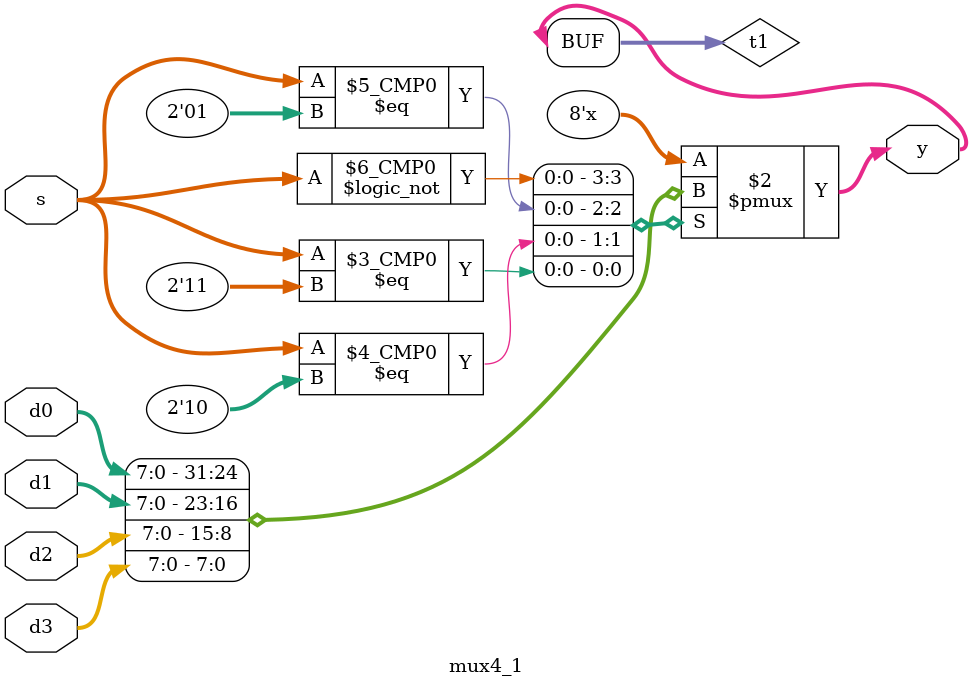
<source format=v>
`timescale 1ns / 1ps
module mux4_1(d0, d1, d2, d3, s, y);
    input [7:0] d0;
    input [7:0] d1;
    input [7:0] d2;
    input [7:0] d3;
    input [1:0] s;
    output [7:0] y;
	 reg [7:0] t1;
always @(s or d0 or d1 or d2 or d3)
begin
case (s)
2'b00: t1 = d0;
2'b01: t1 = d1;
2'b10: t1 = d2;
2'b11: t1 = d3;
endcase
end
assign y = t1;
endmodule
</source>
